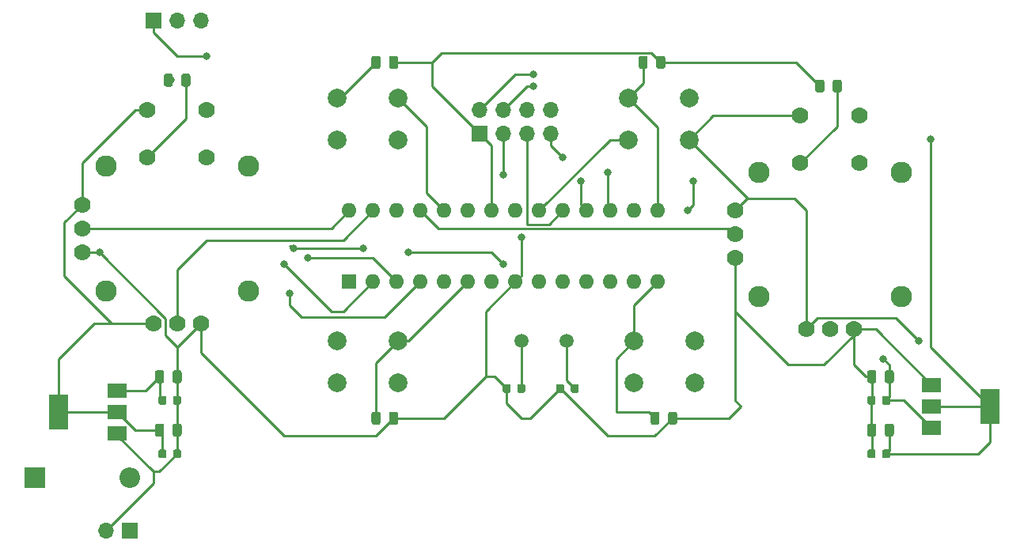
<source format=gbr>
%TF.GenerationSoftware,KiCad,Pcbnew,(5.1.6)-1*%
%TF.CreationDate,2021-01-04T11:57:38+05:30*%
%TF.ProjectId,JoyStick2,4a6f7953-7469-4636-9b32-2e6b69636164,rev?*%
%TF.SameCoordinates,Original*%
%TF.FileFunction,Copper,L1,Top*%
%TF.FilePolarity,Positive*%
%FSLAX46Y46*%
G04 Gerber Fmt 4.6, Leading zero omitted, Abs format (unit mm)*
G04 Created by KiCad (PCBNEW (5.1.6)-1) date 2021-01-04 11:57:38*
%MOMM*%
%LPD*%
G01*
G04 APERTURE LIST*
%TA.AperFunction,ComponentPad*%
%ADD10R,1.700000X1.700000*%
%TD*%
%TA.AperFunction,ComponentPad*%
%ADD11O,1.700000X1.700000*%
%TD*%
%TA.AperFunction,ComponentPad*%
%ADD12R,1.600000X1.600000*%
%TD*%
%TA.AperFunction,ComponentPad*%
%ADD13O,1.600000X1.600000*%
%TD*%
%TA.AperFunction,ComponentPad*%
%ADD14C,1.500000*%
%TD*%
%TA.AperFunction,ComponentPad*%
%ADD15C,1.778000*%
%TD*%
%TA.AperFunction,ComponentPad*%
%ADD16C,2.286000*%
%TD*%
%TA.AperFunction,ComponentPad*%
%ADD17R,2.200000X2.200000*%
%TD*%
%TA.AperFunction,ComponentPad*%
%ADD18O,2.200000X2.200000*%
%TD*%
%TA.AperFunction,SMDPad,CuDef*%
%ADD19R,2.000000X1.500000*%
%TD*%
%TA.AperFunction,SMDPad,CuDef*%
%ADD20R,2.000000X3.800000*%
%TD*%
%TA.AperFunction,ComponentPad*%
%ADD21C,2.000000*%
%TD*%
%TA.AperFunction,ViaPad*%
%ADD22C,0.800000*%
%TD*%
%TA.AperFunction,Conductor*%
%ADD23C,0.250000*%
%TD*%
G04 APERTURE END LIST*
D10*
%TO.P,J3,1*%
%TO.N,GND*%
X129540000Y-67945000D03*
D11*
%TO.P,J3,2*%
%TO.N,+3V3*%
X129540000Y-65405000D03*
%TO.P,J3,3*%
%TO.N,CE*%
X132080000Y-67945000D03*
%TO.P,J3,4*%
%TO.N,CSN*%
X132080000Y-65405000D03*
%TO.P,J3,5*%
%TO.N,SCK*%
X134620000Y-67945000D03*
%TO.P,J3,6*%
%TO.N,MOSI*%
X134620000Y-65405000D03*
%TO.P,J3,7*%
%TO.N,MISO*%
X137160000Y-67945000D03*
%TO.P,J3,8*%
%TO.N,IRQ*%
X137160000Y-65405000D03*
%TD*%
D12*
%TO.P,U1,1*%
%TO.N,RST*%
X115570000Y-83820000D03*
D13*
%TO.P,U1,15*%
%TO.N,Z-MINUS*%
X148590000Y-76200000D03*
%TO.P,U1,2*%
%TO.N,RX*%
X118110000Y-83820000D03*
%TO.P,U1,16*%
%TO.N,Net-(U1-Pad16)*%
X146050000Y-76200000D03*
%TO.P,U1,3*%
%TO.N,TX*%
X120650000Y-83820000D03*
%TO.P,U1,17*%
%TO.N,MOSI*%
X143510000Y-76200000D03*
%TO.P,U1,4*%
%TO.N,SW1*%
X123190000Y-83820000D03*
%TO.P,U1,18*%
%TO.N,MISO*%
X140970000Y-76200000D03*
%TO.P,U1,5*%
%TO.N,SW2*%
X125730000Y-83820000D03*
%TO.P,U1,19*%
%TO.N,SCK*%
X138430000Y-76200000D03*
%TO.P,U1,6*%
%TO.N,HOME*%
X128270000Y-83820000D03*
%TO.P,U1,20*%
%TO.N,5V_IN*%
X135890000Y-76200000D03*
%TO.P,U1,7*%
X130810000Y-83820000D03*
%TO.P,U1,21*%
%TO.N,Net-(C3-Pad1)*%
X133350000Y-76200000D03*
%TO.P,U1,8*%
%TO.N,GND*%
X133350000Y-83820000D03*
%TO.P,U1,22*%
X130810000Y-76200000D03*
%TO.P,U1,9*%
%TO.N,/XTAL1*%
X135890000Y-83820000D03*
%TO.P,U1,23*%
%TO.N,Net-(U1-Pad23)*%
X128270000Y-76200000D03*
%TO.P,U1,10*%
%TO.N,/XTAL2*%
X138430000Y-83820000D03*
%TO.P,U1,24*%
%TO.N,Z-PLUS*%
X125730000Y-76200000D03*
%TO.P,U1,11*%
%TO.N,Net-(U1-Pad11)*%
X140970000Y-83820000D03*
%TO.P,U1,25*%
%TO.N,A_DIR*%
X123190000Y-76200000D03*
%TO.P,U1,12*%
%TO.N,CE*%
X143510000Y-83820000D03*
%TO.P,U1,26*%
%TO.N,B_DIR*%
X120650000Y-76200000D03*
%TO.P,U1,13*%
%TO.N,CSN*%
X146050000Y-83820000D03*
%TO.P,U1,27*%
%TO.N,Y_DIR*%
X118110000Y-76200000D03*
%TO.P,U1,14*%
%TO.N,CANCEL*%
X148590000Y-83820000D03*
%TO.P,U1,28*%
%TO.N,X_DIR*%
X115570000Y-76200000D03*
%TD*%
%TO.P,C4,2*%
%TO.N,GND*%
%TA.AperFunction,SMDPad,CuDef*%
G36*
G01*
X132847500Y-94993750D02*
X132847500Y-95506250D01*
G75*
G02*
X132628750Y-95725000I-218750J0D01*
G01*
X132191250Y-95725000D01*
G75*
G02*
X131972500Y-95506250I0J218750D01*
G01*
X131972500Y-94993750D01*
G75*
G02*
X132191250Y-94775000I218750J0D01*
G01*
X132628750Y-94775000D01*
G75*
G02*
X132847500Y-94993750I0J-218750D01*
G01*
G37*
%TD.AperFunction*%
%TO.P,C4,1*%
%TO.N,/XTAL1*%
%TA.AperFunction,SMDPad,CuDef*%
G36*
G01*
X134422500Y-94993750D02*
X134422500Y-95506250D01*
G75*
G02*
X134203750Y-95725000I-218750J0D01*
G01*
X133766250Y-95725000D01*
G75*
G02*
X133547500Y-95506250I0J218750D01*
G01*
X133547500Y-94993750D01*
G75*
G02*
X133766250Y-94775000I218750J0D01*
G01*
X134203750Y-94775000D01*
G75*
G02*
X134422500Y-94993750I0J-218750D01*
G01*
G37*
%TD.AperFunction*%
%TD*%
%TO.P,C5,1*%
%TO.N,/XTAL2*%
%TA.AperFunction,SMDPad,CuDef*%
G36*
G01*
X140137500Y-94993750D02*
X140137500Y-95506250D01*
G75*
G02*
X139918750Y-95725000I-218750J0D01*
G01*
X139481250Y-95725000D01*
G75*
G02*
X139262500Y-95506250I0J218750D01*
G01*
X139262500Y-94993750D01*
G75*
G02*
X139481250Y-94775000I218750J0D01*
G01*
X139918750Y-94775000D01*
G75*
G02*
X140137500Y-94993750I0J-218750D01*
G01*
G37*
%TD.AperFunction*%
%TO.P,C5,2*%
%TO.N,GND*%
%TA.AperFunction,SMDPad,CuDef*%
G36*
G01*
X138562500Y-94993750D02*
X138562500Y-95506250D01*
G75*
G02*
X138343750Y-95725000I-218750J0D01*
G01*
X137906250Y-95725000D01*
G75*
G02*
X137687500Y-95506250I0J218750D01*
G01*
X137687500Y-94993750D01*
G75*
G02*
X137906250Y-94775000I218750J0D01*
G01*
X138343750Y-94775000D01*
G75*
G02*
X138562500Y-94993750I0J-218750D01*
G01*
G37*
%TD.AperFunction*%
%TD*%
D14*
%TO.P,Y1,1*%
%TO.N,/XTAL1*%
X133985000Y-90170000D03*
%TO.P,Y1,2*%
%TO.N,/XTAL2*%
X138865000Y-90170000D03*
%TD*%
D15*
%TO.P,U2,V3*%
%TO.N,GND*%
X86995000Y-80645000D03*
%TO.P,U2,V2*%
%TO.N,X_DIR*%
X86995000Y-78105000D03*
%TO.P,U2,V1*%
%TO.N,5V_IN*%
X86995000Y-75565000D03*
D16*
%TO.P,U2,S4*%
%TO.N,Net-(U2-PadS1)*%
X104775000Y-71437500D03*
%TO.P,U2,S3*%
X104775000Y-84772500D03*
%TO.P,U2,S2*%
X89535000Y-84772500D03*
%TO.P,U2,S1*%
X89535000Y-71437500D03*
D15*
%TO.P,U2,H3*%
%TO.N,GND*%
X99695000Y-88265000D03*
%TO.P,U2,H2*%
%TO.N,Y_DIR*%
X97155000Y-88265000D03*
%TO.P,U2,H1*%
%TO.N,5V_IN*%
X94615000Y-88265000D03*
%TO.P,U2,B2B*%
%TO.N,N/C*%
X100330000Y-70485000D03*
%TO.P,U2,B2A*%
%TO.N,SW1*%
X93980000Y-70485000D03*
%TO.P,U2,B1B*%
%TO.N,N/C*%
X100330000Y-65405000D03*
%TO.P,U2,B1A*%
%TO.N,5V_IN*%
X93980000Y-65405000D03*
%TD*%
%TO.P,U3,B1A*%
%TO.N,5V_IN*%
X163830000Y-66040000D03*
%TO.P,U3,B1B*%
%TO.N,N/C*%
X170180000Y-66040000D03*
%TO.P,U3,B2A*%
%TO.N,SW2*%
X163830000Y-71120000D03*
%TO.P,U3,B2B*%
%TO.N,N/C*%
X170180000Y-71120000D03*
%TO.P,U3,H1*%
%TO.N,5V_IN*%
X164465000Y-88900000D03*
%TO.P,U3,H2*%
%TO.N,B_DIR*%
X167005000Y-88900000D03*
%TO.P,U3,H3*%
%TO.N,GND*%
X169545000Y-88900000D03*
D16*
%TO.P,U3,S1*%
%TO.N,Net-(U3-PadS1)*%
X159385000Y-72072500D03*
%TO.P,U3,S2*%
X159385000Y-85407500D03*
%TO.P,U3,S3*%
X174625000Y-85407500D03*
%TO.P,U3,S4*%
X174625000Y-72072500D03*
D15*
%TO.P,U3,V1*%
%TO.N,5V_IN*%
X156845000Y-76200000D03*
%TO.P,U3,V2*%
%TO.N,A_DIR*%
X156845000Y-78740000D03*
%TO.P,U3,V3*%
%TO.N,GND*%
X156845000Y-81280000D03*
%TD*%
%TO.P,C6,1*%
%TO.N,+9V*%
%TA.AperFunction,SMDPad,CuDef*%
G36*
G01*
X94792500Y-94436250D02*
X94792500Y-93523750D01*
G75*
G02*
X95036250Y-93280000I243750J0D01*
G01*
X95523750Y-93280000D01*
G75*
G02*
X95767500Y-93523750I0J-243750D01*
G01*
X95767500Y-94436250D01*
G75*
G02*
X95523750Y-94680000I-243750J0D01*
G01*
X95036250Y-94680000D01*
G75*
G02*
X94792500Y-94436250I0J243750D01*
G01*
G37*
%TD.AperFunction*%
%TO.P,C6,2*%
%TO.N,GND*%
%TA.AperFunction,SMDPad,CuDef*%
G36*
G01*
X96667500Y-94436250D02*
X96667500Y-93523750D01*
G75*
G02*
X96911250Y-93280000I243750J0D01*
G01*
X97398750Y-93280000D01*
G75*
G02*
X97642500Y-93523750I0J-243750D01*
G01*
X97642500Y-94436250D01*
G75*
G02*
X97398750Y-94680000I-243750J0D01*
G01*
X96911250Y-94680000D01*
G75*
G02*
X96667500Y-94436250I0J243750D01*
G01*
G37*
%TD.AperFunction*%
%TD*%
%TO.P,C7,2*%
%TO.N,GND*%
%TA.AperFunction,SMDPad,CuDef*%
G36*
G01*
X171967500Y-93523750D02*
X171967500Y-94436250D01*
G75*
G02*
X171723750Y-94680000I-243750J0D01*
G01*
X171236250Y-94680000D01*
G75*
G02*
X170992500Y-94436250I0J243750D01*
G01*
X170992500Y-93523750D01*
G75*
G02*
X171236250Y-93280000I243750J0D01*
G01*
X171723750Y-93280000D01*
G75*
G02*
X171967500Y-93523750I0J-243750D01*
G01*
G37*
%TD.AperFunction*%
%TO.P,C7,1*%
%TO.N,5V_IN*%
%TA.AperFunction,SMDPad,CuDef*%
G36*
G01*
X173842500Y-93523750D02*
X173842500Y-94436250D01*
G75*
G02*
X173598750Y-94680000I-243750J0D01*
G01*
X173111250Y-94680000D01*
G75*
G02*
X172867500Y-94436250I0J243750D01*
G01*
X172867500Y-93523750D01*
G75*
G02*
X173111250Y-93280000I243750J0D01*
G01*
X173598750Y-93280000D01*
G75*
G02*
X173842500Y-93523750I0J-243750D01*
G01*
G37*
%TD.AperFunction*%
%TD*%
%TO.P,C8,2*%
%TO.N,GND*%
%TA.AperFunction,SMDPad,CuDef*%
G36*
G01*
X96717500Y-96776250D02*
X96717500Y-96263750D01*
G75*
G02*
X96936250Y-96045000I218750J0D01*
G01*
X97373750Y-96045000D01*
G75*
G02*
X97592500Y-96263750I0J-218750D01*
G01*
X97592500Y-96776250D01*
G75*
G02*
X97373750Y-96995000I-218750J0D01*
G01*
X96936250Y-96995000D01*
G75*
G02*
X96717500Y-96776250I0J218750D01*
G01*
G37*
%TD.AperFunction*%
%TO.P,C8,1*%
%TO.N,+9V*%
%TA.AperFunction,SMDPad,CuDef*%
G36*
G01*
X95142500Y-96776250D02*
X95142500Y-96263750D01*
G75*
G02*
X95361250Y-96045000I218750J0D01*
G01*
X95798750Y-96045000D01*
G75*
G02*
X96017500Y-96263750I0J-218750D01*
G01*
X96017500Y-96776250D01*
G75*
G02*
X95798750Y-96995000I-218750J0D01*
G01*
X95361250Y-96995000D01*
G75*
G02*
X95142500Y-96776250I0J218750D01*
G01*
G37*
%TD.AperFunction*%
%TD*%
%TO.P,C9,2*%
%TO.N,GND*%
%TA.AperFunction,SMDPad,CuDef*%
G36*
G01*
X171887500Y-96263750D02*
X171887500Y-96776250D01*
G75*
G02*
X171668750Y-96995000I-218750J0D01*
G01*
X171231250Y-96995000D01*
G75*
G02*
X171012500Y-96776250I0J218750D01*
G01*
X171012500Y-96263750D01*
G75*
G02*
X171231250Y-96045000I218750J0D01*
G01*
X171668750Y-96045000D01*
G75*
G02*
X171887500Y-96263750I0J-218750D01*
G01*
G37*
%TD.AperFunction*%
%TO.P,C9,1*%
%TO.N,5V_IN*%
%TA.AperFunction,SMDPad,CuDef*%
G36*
G01*
X173462500Y-96263750D02*
X173462500Y-96776250D01*
G75*
G02*
X173243750Y-96995000I-218750J0D01*
G01*
X172806250Y-96995000D01*
G75*
G02*
X172587500Y-96776250I0J218750D01*
G01*
X172587500Y-96263750D01*
G75*
G02*
X172806250Y-96045000I218750J0D01*
G01*
X173243750Y-96045000D01*
G75*
G02*
X173462500Y-96263750I0J-218750D01*
G01*
G37*
%TD.AperFunction*%
%TD*%
%TO.P,C10,2*%
%TO.N,GND*%
%TA.AperFunction,SMDPad,CuDef*%
G36*
G01*
X96667500Y-100151250D02*
X96667500Y-99238750D01*
G75*
G02*
X96911250Y-98995000I243750J0D01*
G01*
X97398750Y-98995000D01*
G75*
G02*
X97642500Y-99238750I0J-243750D01*
G01*
X97642500Y-100151250D01*
G75*
G02*
X97398750Y-100395000I-243750J0D01*
G01*
X96911250Y-100395000D01*
G75*
G02*
X96667500Y-100151250I0J243750D01*
G01*
G37*
%TD.AperFunction*%
%TO.P,C10,1*%
%TO.N,5V_IN*%
%TA.AperFunction,SMDPad,CuDef*%
G36*
G01*
X94792500Y-100151250D02*
X94792500Y-99238750D01*
G75*
G02*
X95036250Y-98995000I243750J0D01*
G01*
X95523750Y-98995000D01*
G75*
G02*
X95767500Y-99238750I0J-243750D01*
G01*
X95767500Y-100151250D01*
G75*
G02*
X95523750Y-100395000I-243750J0D01*
G01*
X95036250Y-100395000D01*
G75*
G02*
X94792500Y-100151250I0J243750D01*
G01*
G37*
%TD.AperFunction*%
%TD*%
%TO.P,C11,1*%
%TO.N,+3V3*%
%TA.AperFunction,SMDPad,CuDef*%
G36*
G01*
X173842500Y-99238750D02*
X173842500Y-100151250D01*
G75*
G02*
X173598750Y-100395000I-243750J0D01*
G01*
X173111250Y-100395000D01*
G75*
G02*
X172867500Y-100151250I0J243750D01*
G01*
X172867500Y-99238750D01*
G75*
G02*
X173111250Y-98995000I243750J0D01*
G01*
X173598750Y-98995000D01*
G75*
G02*
X173842500Y-99238750I0J-243750D01*
G01*
G37*
%TD.AperFunction*%
%TO.P,C11,2*%
%TO.N,GND*%
%TA.AperFunction,SMDPad,CuDef*%
G36*
G01*
X171967500Y-99238750D02*
X171967500Y-100151250D01*
G75*
G02*
X171723750Y-100395000I-243750J0D01*
G01*
X171236250Y-100395000D01*
G75*
G02*
X170992500Y-100151250I0J243750D01*
G01*
X170992500Y-99238750D01*
G75*
G02*
X171236250Y-98995000I243750J0D01*
G01*
X171723750Y-98995000D01*
G75*
G02*
X171967500Y-99238750I0J-243750D01*
G01*
G37*
%TD.AperFunction*%
%TD*%
%TO.P,C12,1*%
%TO.N,5V_IN*%
%TA.AperFunction,SMDPad,CuDef*%
G36*
G01*
X95142500Y-102491250D02*
X95142500Y-101978750D01*
G75*
G02*
X95361250Y-101760000I218750J0D01*
G01*
X95798750Y-101760000D01*
G75*
G02*
X96017500Y-101978750I0J-218750D01*
G01*
X96017500Y-102491250D01*
G75*
G02*
X95798750Y-102710000I-218750J0D01*
G01*
X95361250Y-102710000D01*
G75*
G02*
X95142500Y-102491250I0J218750D01*
G01*
G37*
%TD.AperFunction*%
%TO.P,C12,2*%
%TO.N,GND*%
%TA.AperFunction,SMDPad,CuDef*%
G36*
G01*
X96717500Y-102491250D02*
X96717500Y-101978750D01*
G75*
G02*
X96936250Y-101760000I218750J0D01*
G01*
X97373750Y-101760000D01*
G75*
G02*
X97592500Y-101978750I0J-218750D01*
G01*
X97592500Y-102491250D01*
G75*
G02*
X97373750Y-102710000I-218750J0D01*
G01*
X96936250Y-102710000D01*
G75*
G02*
X96717500Y-102491250I0J218750D01*
G01*
G37*
%TD.AperFunction*%
%TD*%
%TO.P,C13,1*%
%TO.N,+3V3*%
%TA.AperFunction,SMDPad,CuDef*%
G36*
G01*
X173462500Y-101978750D02*
X173462500Y-102491250D01*
G75*
G02*
X173243750Y-102710000I-218750J0D01*
G01*
X172806250Y-102710000D01*
G75*
G02*
X172587500Y-102491250I0J218750D01*
G01*
X172587500Y-101978750D01*
G75*
G02*
X172806250Y-101760000I218750J0D01*
G01*
X173243750Y-101760000D01*
G75*
G02*
X173462500Y-101978750I0J-218750D01*
G01*
G37*
%TD.AperFunction*%
%TO.P,C13,2*%
%TO.N,GND*%
%TA.AperFunction,SMDPad,CuDef*%
G36*
G01*
X171887500Y-101978750D02*
X171887500Y-102491250D01*
G75*
G02*
X171668750Y-102710000I-218750J0D01*
G01*
X171231250Y-102710000D01*
G75*
G02*
X171012500Y-102491250I0J218750D01*
G01*
X171012500Y-101978750D01*
G75*
G02*
X171231250Y-101760000I218750J0D01*
G01*
X171668750Y-101760000D01*
G75*
G02*
X171887500Y-101978750I0J-218750D01*
G01*
G37*
%TD.AperFunction*%
%TD*%
D17*
%TO.P,D1,1*%
%TO.N,+9V*%
X81915000Y-104775000D03*
D18*
%TO.P,D1,2*%
%TO.N,Net-(D1-Pad2)*%
X92075000Y-104775000D03*
%TD*%
D10*
%TO.P,J1,1*%
%TO.N,Net-(D1-Pad2)*%
X92075000Y-110490000D03*
D11*
%TO.P,J1,2*%
%TO.N,GND*%
X89535000Y-110490000D03*
%TD*%
D19*
%TO.P,U4,1*%
%TO.N,GND*%
X90755000Y-100090000D03*
%TO.P,U4,3*%
%TO.N,+9V*%
X90755000Y-95490000D03*
%TO.P,U4,2*%
%TO.N,5V_IN*%
X90755000Y-97790000D03*
D20*
X84455000Y-97790000D03*
%TD*%
%TO.P,U5,2*%
%TO.N,+3V3*%
X184150000Y-97155000D03*
D19*
X177850000Y-97155000D03*
%TO.P,U5,3*%
%TO.N,5V_IN*%
X177850000Y-99455000D03*
%TO.P,U5,1*%
%TO.N,GND*%
X177850000Y-94855000D03*
%TD*%
%TO.P,R2,1*%
%TO.N,GND*%
%TA.AperFunction,SMDPad,CuDef*%
G36*
G01*
X165427500Y-63321250D02*
X165427500Y-62408750D01*
G75*
G02*
X165671250Y-62165000I243750J0D01*
G01*
X166158750Y-62165000D01*
G75*
G02*
X166402500Y-62408750I0J-243750D01*
G01*
X166402500Y-63321250D01*
G75*
G02*
X166158750Y-63565000I-243750J0D01*
G01*
X165671250Y-63565000D01*
G75*
G02*
X165427500Y-63321250I0J243750D01*
G01*
G37*
%TD.AperFunction*%
%TO.P,R2,2*%
%TO.N,SW2*%
%TA.AperFunction,SMDPad,CuDef*%
G36*
G01*
X167302500Y-63321250D02*
X167302500Y-62408750D01*
G75*
G02*
X167546250Y-62165000I243750J0D01*
G01*
X168033750Y-62165000D01*
G75*
G02*
X168277500Y-62408750I0J-243750D01*
G01*
X168277500Y-63321250D01*
G75*
G02*
X168033750Y-63565000I-243750J0D01*
G01*
X167546250Y-63565000D01*
G75*
G02*
X167302500Y-63321250I0J243750D01*
G01*
G37*
%TD.AperFunction*%
%TD*%
%TO.P,R3,2*%
%TO.N,SW1*%
%TA.AperFunction,SMDPad,CuDef*%
G36*
G01*
X97605000Y-62686250D02*
X97605000Y-61773750D01*
G75*
G02*
X97848750Y-61530000I243750J0D01*
G01*
X98336250Y-61530000D01*
G75*
G02*
X98580000Y-61773750I0J-243750D01*
G01*
X98580000Y-62686250D01*
G75*
G02*
X98336250Y-62930000I-243750J0D01*
G01*
X97848750Y-62930000D01*
G75*
G02*
X97605000Y-62686250I0J243750D01*
G01*
G37*
%TD.AperFunction*%
%TO.P,R3,1*%
%TO.N,GND*%
%TA.AperFunction,SMDPad,CuDef*%
G36*
G01*
X95730000Y-62686250D02*
X95730000Y-61773750D01*
G75*
G02*
X95973750Y-61530000I243750J0D01*
G01*
X96461250Y-61530000D01*
G75*
G02*
X96705000Y-61773750I0J-243750D01*
G01*
X96705000Y-62686250D01*
G75*
G02*
X96461250Y-62930000I-243750J0D01*
G01*
X95973750Y-62930000D01*
G75*
G02*
X95730000Y-62686250I0J243750D01*
G01*
G37*
%TD.AperFunction*%
%TD*%
%TO.P,R4,2*%
%TO.N,GND*%
%TA.AperFunction,SMDPad,CuDef*%
G36*
G01*
X119830000Y-60781250D02*
X119830000Y-59868750D01*
G75*
G02*
X120073750Y-59625000I243750J0D01*
G01*
X120561250Y-59625000D01*
G75*
G02*
X120805000Y-59868750I0J-243750D01*
G01*
X120805000Y-60781250D01*
G75*
G02*
X120561250Y-61025000I-243750J0D01*
G01*
X120073750Y-61025000D01*
G75*
G02*
X119830000Y-60781250I0J243750D01*
G01*
G37*
%TD.AperFunction*%
%TO.P,R4,1*%
%TO.N,Z-PLUS*%
%TA.AperFunction,SMDPad,CuDef*%
G36*
G01*
X117955000Y-60781250D02*
X117955000Y-59868750D01*
G75*
G02*
X118198750Y-59625000I243750J0D01*
G01*
X118686250Y-59625000D01*
G75*
G02*
X118930000Y-59868750I0J-243750D01*
G01*
X118930000Y-60781250D01*
G75*
G02*
X118686250Y-61025000I-243750J0D01*
G01*
X118198750Y-61025000D01*
G75*
G02*
X117955000Y-60781250I0J243750D01*
G01*
G37*
%TD.AperFunction*%
%TD*%
%TO.P,R5,1*%
%TO.N,Z-MINUS*%
%TA.AperFunction,SMDPad,CuDef*%
G36*
G01*
X146530000Y-60781250D02*
X146530000Y-59868750D01*
G75*
G02*
X146773750Y-59625000I243750J0D01*
G01*
X147261250Y-59625000D01*
G75*
G02*
X147505000Y-59868750I0J-243750D01*
G01*
X147505000Y-60781250D01*
G75*
G02*
X147261250Y-61025000I-243750J0D01*
G01*
X146773750Y-61025000D01*
G75*
G02*
X146530000Y-60781250I0J243750D01*
G01*
G37*
%TD.AperFunction*%
%TO.P,R5,2*%
%TO.N,GND*%
%TA.AperFunction,SMDPad,CuDef*%
G36*
G01*
X148405000Y-60781250D02*
X148405000Y-59868750D01*
G75*
G02*
X148648750Y-59625000I243750J0D01*
G01*
X149136250Y-59625000D01*
G75*
G02*
X149380000Y-59868750I0J-243750D01*
G01*
X149380000Y-60781250D01*
G75*
G02*
X149136250Y-61025000I-243750J0D01*
G01*
X148648750Y-61025000D01*
G75*
G02*
X148405000Y-60781250I0J243750D01*
G01*
G37*
%TD.AperFunction*%
%TD*%
%TO.P,R6,1*%
%TO.N,HOME*%
%TA.AperFunction,SMDPad,CuDef*%
G36*
G01*
X117955000Y-98881250D02*
X117955000Y-97968750D01*
G75*
G02*
X118198750Y-97725000I243750J0D01*
G01*
X118686250Y-97725000D01*
G75*
G02*
X118930000Y-97968750I0J-243750D01*
G01*
X118930000Y-98881250D01*
G75*
G02*
X118686250Y-99125000I-243750J0D01*
G01*
X118198750Y-99125000D01*
G75*
G02*
X117955000Y-98881250I0J243750D01*
G01*
G37*
%TD.AperFunction*%
%TO.P,R6,2*%
%TO.N,GND*%
%TA.AperFunction,SMDPad,CuDef*%
G36*
G01*
X119830000Y-98881250D02*
X119830000Y-97968750D01*
G75*
G02*
X120073750Y-97725000I243750J0D01*
G01*
X120561250Y-97725000D01*
G75*
G02*
X120805000Y-97968750I0J-243750D01*
G01*
X120805000Y-98881250D01*
G75*
G02*
X120561250Y-99125000I-243750J0D01*
G01*
X120073750Y-99125000D01*
G75*
G02*
X119830000Y-98881250I0J243750D01*
G01*
G37*
%TD.AperFunction*%
%TD*%
%TO.P,R7,2*%
%TO.N,GND*%
%TA.AperFunction,SMDPad,CuDef*%
G36*
G01*
X149675000Y-98881250D02*
X149675000Y-97968750D01*
G75*
G02*
X149918750Y-97725000I243750J0D01*
G01*
X150406250Y-97725000D01*
G75*
G02*
X150650000Y-97968750I0J-243750D01*
G01*
X150650000Y-98881250D01*
G75*
G02*
X150406250Y-99125000I-243750J0D01*
G01*
X149918750Y-99125000D01*
G75*
G02*
X149675000Y-98881250I0J243750D01*
G01*
G37*
%TD.AperFunction*%
%TO.P,R7,1*%
%TO.N,CANCEL*%
%TA.AperFunction,SMDPad,CuDef*%
G36*
G01*
X147800000Y-98881250D02*
X147800000Y-97968750D01*
G75*
G02*
X148043750Y-97725000I243750J0D01*
G01*
X148531250Y-97725000D01*
G75*
G02*
X148775000Y-97968750I0J-243750D01*
G01*
X148775000Y-98881250D01*
G75*
G02*
X148531250Y-99125000I-243750J0D01*
G01*
X148043750Y-99125000D01*
G75*
G02*
X147800000Y-98881250I0J243750D01*
G01*
G37*
%TD.AperFunction*%
%TD*%
D21*
%TO.P,SW1,2*%
%TO.N,5V_IN*%
X114300000Y-68635000D03*
%TO.P,SW1,1*%
%TO.N,Z-PLUS*%
X114300000Y-64135000D03*
%TO.P,SW1,2*%
%TO.N,5V_IN*%
X120800000Y-68635000D03*
%TO.P,SW1,1*%
%TO.N,Z-PLUS*%
X120800000Y-64135000D03*
%TD*%
%TO.P,SW2,1*%
%TO.N,HOME*%
X120800000Y-90170000D03*
%TO.P,SW2,2*%
%TO.N,5V_IN*%
X120800000Y-94670000D03*
%TO.P,SW2,1*%
%TO.N,HOME*%
X114300000Y-90170000D03*
%TO.P,SW2,2*%
%TO.N,5V_IN*%
X114300000Y-94670000D03*
%TD*%
%TO.P,SW3,2*%
%TO.N,5V_IN*%
X145415000Y-68635000D03*
%TO.P,SW3,1*%
%TO.N,Z-MINUS*%
X145415000Y-64135000D03*
%TO.P,SW3,2*%
%TO.N,5V_IN*%
X151915000Y-68635000D03*
%TO.P,SW3,1*%
%TO.N,Z-MINUS*%
X151915000Y-64135000D03*
%TD*%
%TO.P,SW4,1*%
%TO.N,CANCEL*%
X152550000Y-90170000D03*
%TO.P,SW4,2*%
%TO.N,5V_IN*%
X152550000Y-94670000D03*
%TO.P,SW4,1*%
%TO.N,CANCEL*%
X146050000Y-90170000D03*
%TO.P,SW4,2*%
%TO.N,5V_IN*%
X146050000Y-94670000D03*
%TD*%
D10*
%TO.P,J2,1*%
%TO.N,RST*%
X94615000Y-55880000D03*
D11*
%TO.P,J2,2*%
%TO.N,TX*%
X97155000Y-55880000D03*
%TO.P,J2,3*%
%TO.N,RX*%
X99695000Y-55880000D03*
%TD*%
D22*
%TO.N,GND*%
X96520000Y-62230000D03*
X133985000Y-79070000D03*
X88845861Y-80699139D03*
%TO.N,SW1*%
X109220000Y-85090000D03*
%TO.N,5V_IN*%
X176530000Y-90170000D03*
X172720000Y-92075000D03*
%TO.N,+9V*%
X90755000Y-95490000D03*
%TO.N,+3V3*%
X135255000Y-61595000D03*
X177800000Y-68580000D03*
%TO.N,RST*%
X117081250Y-80251250D03*
X109613750Y-80251250D03*
X100330000Y-59690000D03*
%TO.N,TX*%
X111125000Y-81280000D03*
%TO.N,RX*%
X108585000Y-81915000D03*
%TO.N,CE*%
X132080000Y-72390000D03*
X121920000Y-80645000D03*
X132080000Y-81915000D03*
%TO.N,CSN*%
X135255000Y-62865000D03*
X152400000Y-73025000D03*
X151765000Y-76200000D03*
%TO.N,MOSI*%
X143192500Y-72072500D03*
%TO.N,MISO*%
X138430000Y-70485000D03*
X140335000Y-73025000D03*
%TD*%
D23*
%TO.N,GND*%
X133350000Y-83820000D02*
X130175000Y-86995000D01*
X130175000Y-86995000D02*
X130175000Y-93980000D01*
X131140000Y-93980000D02*
X132410000Y-95250000D01*
X130175000Y-93980000D02*
X131140000Y-93980000D01*
X132410000Y-95250000D02*
X132410000Y-96850000D01*
X132410000Y-96850000D02*
X133985000Y-98425000D01*
X134950000Y-98425000D02*
X138125000Y-95250000D01*
X133985000Y-98425000D02*
X134950000Y-98425000D01*
X133985000Y-83185000D02*
X133350000Y-83820000D01*
X133985000Y-79070000D02*
X133985000Y-83185000D01*
X125730000Y-98425000D02*
X130175000Y-93980000D01*
X120317500Y-98425000D02*
X125730000Y-98425000D01*
X138125000Y-95250000D02*
X143205000Y-100330000D01*
X148257500Y-100330000D02*
X150162500Y-98425000D01*
X143205000Y-100330000D02*
X148257500Y-100330000D01*
X120317500Y-60325000D02*
X124460000Y-60325000D01*
X97155000Y-93980000D02*
X97155000Y-96520000D01*
X97155000Y-90805000D02*
X99695000Y-88265000D01*
X97155000Y-93980000D02*
X97155000Y-90805000D01*
X97155000Y-90805000D02*
X95885000Y-89535000D01*
X88791722Y-80645000D02*
X86995000Y-80645000D01*
X95885000Y-87738278D02*
X88845861Y-80699139D01*
X95885000Y-89535000D02*
X95885000Y-87738278D01*
X108585000Y-100330000D02*
X118412500Y-100330000D01*
X99695000Y-88265000D02*
X99695000Y-91440000D01*
X118412500Y-100330000D02*
X120317500Y-98425000D01*
X99695000Y-91440000D02*
X108585000Y-100330000D01*
X97155000Y-96520000D02*
X97155000Y-99695000D01*
X97155000Y-99695000D02*
X97155000Y-102235000D01*
X90755000Y-100090000D02*
X90755000Y-100280000D01*
X90755000Y-100280000D02*
X94615000Y-104140000D01*
X95250000Y-104140000D02*
X97155000Y-102235000D01*
X94615000Y-104140000D02*
X95250000Y-104140000D01*
X94615000Y-105410000D02*
X94615000Y-104140000D01*
X89535000Y-110490000D02*
X94615000Y-105410000D01*
X88845861Y-80699139D02*
X88791722Y-80645000D01*
X163375000Y-60325000D02*
X165915000Y-62865000D01*
X148892500Y-60325000D02*
X163375000Y-60325000D01*
X156845000Y-81280000D02*
X156845000Y-86995000D01*
X156845000Y-86995000D02*
X162560000Y-92710000D01*
X162560000Y-92710000D02*
X166370000Y-92710000D01*
X169545000Y-89535000D02*
X169545000Y-88900000D01*
X166370000Y-92710000D02*
X169545000Y-89535000D01*
X156845000Y-87630000D02*
X156845000Y-86995000D01*
X150162500Y-98425000D02*
X156210000Y-98425000D01*
X156845000Y-96520000D02*
X156845000Y-87630000D01*
X157480000Y-97155000D02*
X156845000Y-96520000D01*
X156210000Y-98425000D02*
X157480000Y-97155000D01*
X171895000Y-88900000D02*
X177850000Y-94855000D01*
X169545000Y-88900000D02*
X171895000Y-88900000D01*
X169545000Y-88900000D02*
X169545000Y-92710000D01*
X170815000Y-93980000D02*
X171480000Y-93980000D01*
X169545000Y-92710000D02*
X170815000Y-93980000D01*
X171480000Y-96490000D02*
X171450000Y-96520000D01*
X171480000Y-93980000D02*
X171480000Y-96490000D01*
X171450000Y-99665000D02*
X171480000Y-99695000D01*
X171450000Y-96520000D02*
X171450000Y-99665000D01*
X171480000Y-99695000D02*
X171480000Y-102205000D01*
X171480000Y-102205000D02*
X171450000Y-102235000D01*
X130810000Y-69215000D02*
X129540000Y-67945000D01*
X130810000Y-76200000D02*
X130810000Y-69215000D01*
X124460000Y-62865000D02*
X129540000Y-67945000D01*
X124460000Y-60325000D02*
X124460000Y-62865000D01*
X148892500Y-60325000D02*
X147867490Y-59299990D01*
X125485010Y-59299990D02*
X124460000Y-60325000D01*
X147867490Y-59299990D02*
X125485010Y-59299990D01*
%TO.N,/XTAL1*%
X133985000Y-90170000D02*
X133985000Y-95250000D01*
%TO.N,/XTAL2*%
X138865000Y-94415000D02*
X139700000Y-95250000D01*
X138865000Y-90170000D02*
X138865000Y-94415000D01*
%TO.N,SW2*%
X167790000Y-67160000D02*
X163830000Y-71120000D01*
X167790000Y-62865000D02*
X167790000Y-67160000D01*
%TO.N,SW1*%
X98092500Y-62230000D02*
X98092500Y-66372500D01*
X98092500Y-66372500D02*
X93980000Y-70485000D01*
X109220000Y-85090000D02*
X109220000Y-86360000D01*
X109220000Y-86360000D02*
X110490000Y-87630000D01*
X110490000Y-87630000D02*
X119380000Y-87630000D01*
X119380000Y-87630000D02*
X123190000Y-83820000D01*
%TO.N,A_DIR*%
X123190000Y-76200000D02*
X125095000Y-78105000D01*
X156210000Y-78105000D02*
X156845000Y-78740000D01*
X125095000Y-78105000D02*
X156210000Y-78105000D01*
%TO.N,Y_DIR*%
X114935000Y-79375000D02*
X118110000Y-76200000D01*
X100330000Y-79375000D02*
X114935000Y-79375000D01*
X97155000Y-88265000D02*
X97155000Y-82550000D01*
X97155000Y-82550000D02*
X100330000Y-79375000D01*
%TO.N,X_DIR*%
X113665000Y-78105000D02*
X115570000Y-76200000D01*
X86995000Y-78105000D02*
X113665000Y-78105000D01*
%TO.N,5V_IN*%
X143455000Y-68635000D02*
X135890000Y-76200000D01*
X145415000Y-68635000D02*
X143455000Y-68635000D01*
X85090000Y-77470000D02*
X86995000Y-75565000D01*
X85090000Y-83185000D02*
X85090000Y-77470000D01*
X94615000Y-88265000D02*
X90170000Y-88265000D01*
X90170000Y-88265000D02*
X85090000Y-83185000D01*
X90170000Y-88265000D02*
X88265000Y-88265000D01*
X84455000Y-92075000D02*
X84455000Y-97790000D01*
X88265000Y-88265000D02*
X84455000Y-92075000D01*
X84455000Y-97790000D02*
X90755000Y-97790000D01*
X95580000Y-99995000D02*
X95280000Y-99695000D01*
X95580000Y-102235000D02*
X95580000Y-99995000D01*
X92660000Y-99695000D02*
X90755000Y-97790000D01*
X95280000Y-99695000D02*
X92660000Y-99695000D01*
X86995000Y-71132765D02*
X86995000Y-75565000D01*
X92722765Y-65405000D02*
X86995000Y-71132765D01*
X93980000Y-65405000D02*
X92722765Y-65405000D01*
X154510000Y-66040000D02*
X151915000Y-68635000D01*
X163830000Y-66040000D02*
X154510000Y-66040000D01*
X151915000Y-68635000D02*
X158210000Y-74930000D01*
X158210000Y-74930000D02*
X163195000Y-74930000D01*
X164465000Y-76200000D02*
X164465000Y-88900000D01*
X163195000Y-74930000D02*
X164465000Y-76200000D01*
X173355000Y-96190000D02*
X173025000Y-96520000D01*
X173355000Y-93980000D02*
X173355000Y-96190000D01*
X174915000Y-96520000D02*
X177850000Y-99455000D01*
X173025000Y-96520000D02*
X174915000Y-96520000D01*
X165679001Y-87685999D02*
X174045999Y-87685999D01*
X164465000Y-88900000D02*
X165679001Y-87685999D01*
X174045999Y-87685999D02*
X176530000Y-90170000D01*
X176530000Y-90170000D02*
X176530000Y-90170000D01*
X173355000Y-93980000D02*
X173355000Y-92710000D01*
X173355000Y-92710000D02*
X172720000Y-92075000D01*
X172720000Y-92075000D02*
X172720000Y-92075000D01*
X156845000Y-76200000D02*
X158115000Y-74930000D01*
%TO.N,+9V*%
X93770000Y-95490000D02*
X95280000Y-93980000D01*
X90755000Y-95490000D02*
X90755000Y-95490000D01*
X95280000Y-96220000D02*
X95580000Y-96520000D01*
X95280000Y-93980000D02*
X95280000Y-96220000D01*
X90755000Y-95490000D02*
X93770000Y-95490000D01*
%TO.N,+3V3*%
X184150000Y-97155000D02*
X177850000Y-97155000D01*
X184150000Y-97155000D02*
X184150000Y-100965000D01*
X182880000Y-102235000D02*
X173025000Y-102235000D01*
X184150000Y-100965000D02*
X182880000Y-102235000D01*
X173355000Y-101905000D02*
X173025000Y-102235000D01*
X173355000Y-99695000D02*
X173355000Y-101905000D01*
X129540000Y-65405000D02*
X133350000Y-61595000D01*
X133350000Y-61595000D02*
X135255000Y-61595000D01*
X135255000Y-61595000D02*
X135255000Y-61595000D01*
X177800000Y-90805000D02*
X184150000Y-97155000D01*
X177800000Y-68580000D02*
X177800000Y-90805000D01*
%TO.N,Z-PLUS*%
X114632500Y-64135000D02*
X114300000Y-64135000D01*
X118442500Y-60325000D02*
X114632500Y-64135000D01*
X123825000Y-74295000D02*
X125730000Y-76200000D01*
X120800000Y-64135000D02*
X123825000Y-67160000D01*
X123825000Y-67160000D02*
X123825000Y-74295000D01*
%TO.N,Z-MINUS*%
X147017500Y-62532500D02*
X145415000Y-64135000D01*
X147017500Y-60325000D02*
X147017500Y-62532500D01*
X145415000Y-64135000D02*
X148590000Y-67310000D01*
X148590000Y-67310000D02*
X148590000Y-76200000D01*
%TO.N,HOME*%
X118442500Y-92527500D02*
X118442500Y-98425000D01*
X120800000Y-90170000D02*
X118442500Y-92527500D01*
X121920000Y-90170000D02*
X128270000Y-83820000D01*
X120800000Y-90170000D02*
X121920000Y-90170000D01*
%TO.N,CANCEL*%
X146050000Y-90170000D02*
X144145000Y-92075000D01*
X144145000Y-92075000D02*
X144145000Y-97790000D01*
X147652500Y-97790000D02*
X148287500Y-98425000D01*
X144145000Y-97790000D02*
X147652500Y-97790000D01*
X146050000Y-86360000D02*
X148590000Y-83820000D01*
X146050000Y-90170000D02*
X146050000Y-86360000D01*
%TO.N,RST*%
X117081250Y-80251250D02*
X109613750Y-80251250D01*
X109461250Y-80251250D02*
X109220000Y-80010000D01*
X109613750Y-80251250D02*
X109461250Y-80251250D01*
X97155000Y-59690000D02*
X100330000Y-59690000D01*
X94615000Y-55880000D02*
X94615000Y-57150000D01*
X94615000Y-57150000D02*
X97155000Y-59690000D01*
%TO.N,TX*%
X120650000Y-83820000D02*
X118110000Y-81280000D01*
X118110000Y-81280000D02*
X111125000Y-81280000D01*
X111125000Y-81280000D02*
X111125000Y-81280000D01*
%TO.N,RX*%
X118110000Y-83820000D02*
X114935000Y-86995000D01*
X114935000Y-86995000D02*
X113665000Y-86995000D01*
X113665000Y-86995000D02*
X108585000Y-81915000D01*
X108585000Y-81915000D02*
X108585000Y-81915000D01*
%TO.N,CE*%
X132080000Y-67945000D02*
X132080000Y-72390000D01*
X132080000Y-72390000D02*
X132080000Y-72390000D01*
X121920000Y-80645000D02*
X130810000Y-80645000D01*
X130810000Y-80645000D02*
X132080000Y-81915000D01*
X132080000Y-81915000D02*
X132080000Y-81915000D01*
%TO.N,CSN*%
X132080000Y-65405000D02*
X134620000Y-62865000D01*
X134620000Y-62865000D02*
X135255000Y-62865000D01*
X135255000Y-62865000D02*
X135255000Y-62865000D01*
X152400000Y-73025000D02*
X152400000Y-75565000D01*
X152400000Y-75565000D02*
X151765000Y-76200000D01*
X151765000Y-76200000D02*
X151765000Y-76200000D01*
%TO.N,SCK*%
X136975010Y-77654990D02*
X138430000Y-76200000D01*
X134620000Y-67945000D02*
X134620000Y-77654990D01*
X134620000Y-77654990D02*
X136975010Y-77654990D01*
%TO.N,MOSI*%
X143192500Y-75882500D02*
X143510000Y-76200000D01*
X143192500Y-72072500D02*
X143192500Y-75882500D01*
%TO.N,MISO*%
X137160000Y-67945000D02*
X137160000Y-69215000D01*
X137160000Y-69215000D02*
X138430000Y-70485000D01*
X138430000Y-70485000D02*
X138430000Y-70485000D01*
X140335000Y-75565000D02*
X140970000Y-76200000D01*
X140335000Y-73025000D02*
X140335000Y-75565000D01*
%TD*%
M02*

</source>
